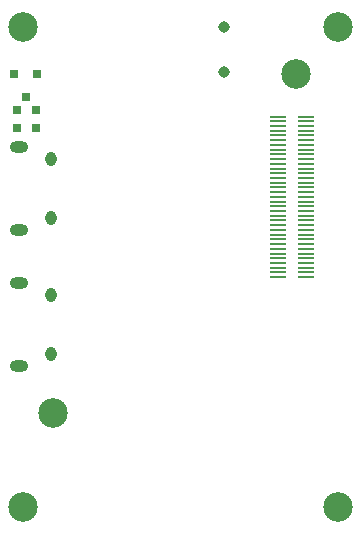
<source format=gts>
G04 #@! TF.FileFunction,Soldermask,Top*
%FSLAX46Y46*%
G04 Gerber Fmt 4.6, Leading zero omitted, Abs format (unit mm)*
G04 Created by KiCad (PCBNEW 4.0.2-stable) date 11/7/2016 10:49:39 PM*
%MOMM*%
G01*
G04 APERTURE LIST*
%ADD10C,0.100000*%
%ADD11R,0.800100X0.800100*%
%ADD12R,1.430000X0.200000*%
%ADD13C,2.500000*%
%ADD14R,0.750000X0.800000*%
%ADD15C,0.970000*%
%ADD16O,0.950000X1.250000*%
%ADD17O,1.550000X1.000000*%
G04 APERTURE END LIST*
D10*
D11*
X-1370156Y28720603D03*
X-3270156Y28720603D03*
X-2320156Y26721623D03*
D12*
X21405000Y11500000D03*
X21405000Y11900000D03*
X21405000Y12300000D03*
X21405000Y12700000D03*
X21405000Y13100000D03*
X21405000Y13500000D03*
X21405000Y13900000D03*
X21405000Y14300000D03*
X21405000Y14700000D03*
X21405000Y15100000D03*
X21405000Y15500000D03*
X21405000Y15900000D03*
X21405000Y16300000D03*
X21405000Y16700000D03*
X21405000Y17100000D03*
X21405000Y17500000D03*
X21405000Y17900000D03*
X21405000Y18300000D03*
X21405000Y18700000D03*
X21405000Y19100000D03*
X21405000Y19500000D03*
X21405000Y19900000D03*
X21405000Y20300000D03*
X21405000Y20700000D03*
X21405000Y21100000D03*
X21405000Y21500000D03*
X21405000Y21900000D03*
X21405000Y22300000D03*
X21405000Y22700000D03*
X21405000Y23100000D03*
X21405000Y23500000D03*
X21405000Y23900000D03*
X21405000Y24300000D03*
X21405000Y24700000D03*
X21405000Y25100000D03*
X19055000Y11500000D03*
X19055000Y11900000D03*
X19055000Y12300000D03*
X19055000Y12700000D03*
X19055000Y13100000D03*
X19055000Y13500000D03*
X19055000Y13900000D03*
X19055000Y14300000D03*
X19055000Y14700000D03*
X19055000Y15100000D03*
X19055000Y15500000D03*
X19055000Y15900000D03*
X19055000Y16300000D03*
X19055000Y16700000D03*
X19055000Y17100000D03*
X19055000Y17500000D03*
X19055000Y17900000D03*
X19055000Y18300000D03*
X19055000Y18700000D03*
X19055000Y19100000D03*
X19055000Y19500000D03*
X19055000Y19900000D03*
X19055000Y20300000D03*
X19055000Y20700000D03*
X19055000Y21100000D03*
X19055000Y21500000D03*
X19055000Y21900000D03*
X19055000Y22300000D03*
X19055000Y22700000D03*
X19055000Y23100000D03*
X19055000Y23500000D03*
X19055000Y23900000D03*
X19055000Y24300000D03*
X19055000Y24700000D03*
X19055000Y25100000D03*
D13*
X0Y0D03*
X24170000Y-8000000D03*
X-2500000Y-8000000D03*
X24170000Y32640000D03*
X-2500000Y32640000D03*
X20600000Y28690000D03*
D14*
X-1445156Y25654843D03*
X-1445156Y24154843D03*
X-3020156Y25654843D03*
X-3020156Y24154843D03*
D15*
X14479844Y32694843D03*
X14479844Y28884843D03*
D16*
X-187460Y16499100D03*
X-187460Y21499100D03*
D17*
X-2887460Y15499100D03*
X-2887460Y22499100D03*
D16*
X-187460Y4999100D03*
X-187460Y9999100D03*
D17*
X-2887460Y3999100D03*
X-2887460Y10999100D03*
M02*

</source>
